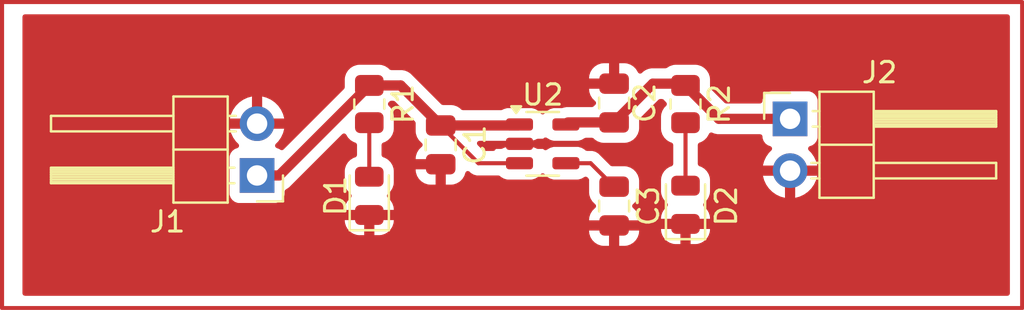
<source format=kicad_pcb>
(kicad_pcb (version 20240108) (generator "pcbnew") (generator_version "8.0")
  (layers (0 "F.Cu" signal) (31 "B.Cu" signal) (34 "B.Paste" user) (35 "F.Paste" user) (36 "B.SilkS" user "B.Silkscreen") (37 "F.SilkS" user "F.Silkscreen") (38 "B.Mask" user) (39 "F.Mask" user) (44 "Edge.Cuts" user))
  (net 0 "")
  (net 1 "Net-(J1-Pin_1)")
  (net 2 "GND")
  (net 3 "Net-(J2-Pin_1)")
  (net 4 "Net-(U2-BP)")
  (net 5 "Net-(D1-A)")
  (net 6 "Net-(D2-A)")
  (footprint "LED_SMD:LED_0805_2012Metric" (layer "F.Cu") (at 138 94.5 90)
    (property "Reference" "D1" (at 0 -1.65 90) (layer "F.SilkS"))
    (property "Value" "LED_RED" (hide yes))
    (fp_line (start 1 -0.96) (end -1.685 -0.96) (stroke (width 0.12)) (layer "F.SilkS"))
    (fp_line (start -1.685 -0.96) (end -1.685 0.96) (stroke (width 0.12)) (layer "F.SilkS"))
    (fp_line (start -1.685 0.96) (end 1 0.96) (stroke (width 0.12)) (layer "F.SilkS"))
    (pad "1" smd roundrect (at -0.9375 0 90) (size 0.975 1.4) (layers "F.Cu" "F.Paste" "F.Mask") (net 2 "GND"))
    (pad "2" smd roundrect (at 0.9375 0 90) (size 0.975 1.4) (layers "F.Cu" "F.Paste" "F.Mask") (net 5 "Net-(D1-A)"))
  )
  (footprint "LED_SMD:LED_0805_2012Metric" (layer "F.Cu") (at 153.5 94.9375 90)
    (property "Reference" "D2" (at -0.0625 2 90) (layer "F.SilkS"))
    (property "Value" "LED_GREEN" (hide yes))
    (fp_line (start 1 -0.96) (end -1.685 -0.96) (stroke (width 0.12)) (layer "F.SilkS"))
    (fp_line (start -1.685 -0.96) (end -1.685 0.96) (stroke (width 0.12)) (layer "F.SilkS"))
    (fp_line (start -1.685 0.96) (end 1 0.96) (stroke (width 0.12)) (layer "F.SilkS"))
    (pad "1" smd roundrect (at -0.9375 0 90) (size 0.975 1.4) (layers "F.Cu" "F.Paste" "F.Mask") (net 2 "GND"))
    (pad "2" smd roundrect (at 0.9375 0 90) (size 0.975 1.4) (layers "F.Cu" "F.Paste" "F.Mask") (net 6 "Net-(D2-A)"))
  )
  (footprint "Connector_PinHeader_2.54mm:PinHeader_1x02_P2.54mm_Horizontal" (layer "F.Cu") (at 132.5 93.5 180)
    (property "Reference" "J1" (at 4.385 -2.27 360) (layer "F.SilkS"))
    (property "Value" "Conn_01x02" (hide yes))
    (fp_line (start 10.1 2.92) (end 4.1 2.92) (stroke (width 0.12)) (layer "F.SilkS"))
    (fp_line (start 10.1 2.16) (end 10.1 2.92) (stroke (width 0.12)) (layer "F.SilkS"))
    (fp_line (start 10.1 0.38) (end 4.1 0.38) (stroke (width 0.12)) (layer "F.SilkS"))
    (fp_line (start 10.1 -0.38) (end 10.1 0.38) (stroke (width 0.12)) (layer "F.SilkS"))
    (fp_line (start 4.1 3.87) (end 4.1 -1.33) (stroke (width 0.12)) (layer "F.SilkS"))
    (fp_line (start 4.1 2.16) (end 10.1 2.16) (stroke (width 0.12)) (layer "F.SilkS"))
    (fp_line (start 4.1 0.28) (end 10.1 0.28) (stroke (width 0.12)) (layer "F.SilkS"))
    (fp_line (start 4.1 0.16) (end 10.1 0.16) (stroke (width 0.12)) (layer "F.SilkS"))
    (fp_line (start 4.1 0.04) (end 10.1 0.04) (stroke (width 0.12)) (layer "F.SilkS"))
    (fp_line (start 4.1 -0.08) (end 10.1 -0.08) (stroke (width 0.12)) (layer "F.SilkS"))
    (fp_line (start 4.1 -0.2) (end 10.1 -0.2) (stroke (width 0.12)) (layer "F.SilkS"))
    (fp_line (start 4.1 -0.32) (end 10.1 -0.32) (stroke (width 0.12)) (layer "F.SilkS"))
    (fp_line (start 4.1 -0.38) (end 10.1 -0.38) (stroke (width 0.12)) (layer "F.SilkS"))
    (fp_line (start 4.1 -1.33) (end 1.44 -1.33) (stroke (width 0.12)) (layer "F.SilkS"))
    (fp_line (start 1.44 3.87) (end 4.1 3.87) (stroke (width 0.12)) (layer "F.SilkS"))
    (fp_line (start 1.44 1.27) (end 4.1 1.27) (stroke (width 0.12)) (layer "F.SilkS"))
    (fp_line (start 1.44 -1.33) (end 1.44 3.87) (stroke (width 0.12)) (layer "F.SilkS"))
    (fp_line (start 1.11 0.38) (end 1.44 0.38) (stroke (width 0.12)) (layer "F.SilkS"))
    (fp_line (start 1.11 -0.38) (end 1.44 -0.38) (stroke (width 0.12)) (layer "F.SilkS"))
    (fp_line (start 1.042929 2.92) (end 1.44 2.92) (stroke (width 0.12)) (layer "F.SilkS"))
    (fp_line (start 1.042929 2.16) (end 1.44 2.16) (stroke (width 0.12)) (layer "F.SilkS"))
    (fp_line (start -1.27 0) (end -1.27 -1.27) (stroke (width 0.12)) (layer "F.SilkS"))
    (fp_line (start -1.27 -1.27) (end 0 -1.27) (stroke (width 0.12)) (layer "F.SilkS"))
    (pad "1" thru_hole rect (at 0 0 180) (size 1.7 1.7) (drill 1) (layers "*.Cu" "*.Mask") (net 1 "Net-(J1-Pin_1)"))
    (pad "2" thru_hole oval (at 0 2.54 180) (size 1.7 1.7) (drill 1) (layers "*.Cu" "*.Mask") (net 2 "GND"))
  )
  (footprint "Connector_PinHeader_2.54mm:PinHeader_1x02_P2.54mm_Horizontal" (layer "F.Cu") (at 158.625 90.725)
    (property "Reference" "J2" (at 4.385 -2.27 0) (layer "F.SilkS"))
    (property "Value" "Conn_01x02" (hide yes))
    (fp_line (start -1.27 -1.27) (end 0 -1.27) (stroke (width 0.12)) (layer "F.SilkS"))
    (fp_line (start -1.27 0) (end -1.27 -1.27) (stroke (width 0.12)) (layer "F.SilkS"))
    (fp_line (start 1.042929 2.16) (end 1.44 2.16) (stroke (width 0.12)) (layer "F.SilkS"))
    (fp_line (start 1.042929 2.92) (end 1.44 2.92) (stroke (width 0.12)) (layer "F.SilkS"))
    (fp_line (start 1.11 -0.38) (end 1.44 -0.38) (stroke (width 0.12)) (layer "F.SilkS"))
    (fp_line (start 1.11 0.38) (end 1.44 0.38) (stroke (width 0.12)) (layer "F.SilkS"))
    (fp_line (start 1.44 -1.33) (end 1.44 3.87) (stroke (width 0.12)) (layer "F.SilkS"))
    (fp_line (start 1.44 1.27) (end 4.1 1.27) (stroke (width 0.12)) (layer "F.SilkS"))
    (fp_line (start 1.44 3.87) (end 4.1 3.87) (stroke (width 0.12)) (layer "F.SilkS"))
    (fp_line (start 4.1 -1.33) (end 1.44 -1.33) (stroke (width 0.12)) (layer "F.SilkS"))
    (fp_line (start 4.1 -0.38) (end 10.1 -0.38) (stroke (width 0.12)) (layer "F.SilkS"))
    (fp_line (start 4.1 -0.32) (end 10.1 -0.32) (stroke (width 0.12)) (layer "F.SilkS"))
    (fp_line (start 4.1 -0.2) (end 10.1 -0.2) (stroke (width 0.12)) (layer "F.SilkS"))
    (fp_line (start 4.1 -0.08) (end 10.1 -0.08) (stroke (width 0.12)) (layer "F.SilkS"))
    (fp_line (start 4.1 0.04) (end 10.1 0.04) (stroke (width 0.12)) (layer "F.SilkS"))
    (fp_line (start 4.1 0.16) (end 10.1 0.16) (stroke (width 0.12)) (layer "F.SilkS"))
    (fp_line (start 4.1 0.28) (end 10.1 0.28) (stroke (width 0.12)) (layer "F.SilkS"))
    (fp_line (start 4.1 2.16) (end 10.1 2.16) (stroke (width 0.12)) (layer "F.SilkS"))
    (fp_line (start 4.1 3.87) (end 4.1 -1.33) (stroke (width 0.12)) (layer "F.SilkS"))
    (fp_line (start 10.1 -0.38) (end 10.1 0.38) (stroke (width 0.12)) (layer "F.SilkS"))
    (fp_line (start 10.1 0.38) (end 4.1 0.38) (stroke (width 0.12)) (layer "F.SilkS"))
    (fp_line (start 10.1 2.16) (end 10.1 2.92) (stroke (width 0.12)) (layer "F.SilkS"))
    (fp_line (start 10.1 2.92) (end 4.1 2.92) (stroke (width 0.12)) (layer "F.SilkS"))
    (pad "1" thru_hole rect (at 0 0) (size 1.7 1.7) (drill 1) (layers "*.Cu" "*.Mask") (net 3 "Net-(J2-Pin_1)"))
    (pad "2" thru_hole oval (at 0 2.54) (size 1.7 1.7) (drill 1) (layers "*.Cu" "*.Mask") (net 2 "GND"))
  )
  (footprint "Capacitor_SMD:C_0805_2012Metric" (layer "F.Cu") (at 141.5 92 -90)
    (property "Reference" "C1" (at 0 -1.68 90) (layer "F.SilkS"))
    (property "Value" "0.1uF" (hide yes))
    (fp_line (start -0.261252 0.735) (end 0.261252 0.735) (stroke (width 0.12)) (layer "F.SilkS"))
    (fp_line (start -0.261252 -0.735) (end 0.261252 -0.735) (stroke (width 0.12)) (layer "F.SilkS"))
    (pad "1" smd roundrect (at -0.95 0 270) (size 1 1.45) (layers "F.Cu" "F.Paste" "F.Mask") (net 1 "Net-(J1-Pin_1)"))
    (pad "2" smd roundrect (at 0.95 0 270) (size 1 1.45) (layers "F.Cu" "F.Paste" "F.Mask") (net 2 "GND"))
  )
  (footprint "Package_TO_SOT_SMD:SOT-23-5" (layer "F.Cu") (at 146.5 91.95)
    (property "Reference" "U2" (at 0 -2.4 0) (layer "F.SilkS"))
    (property "Value" "TPS79333-EP" (hide yes))
    (fp_line (start 0 -1.56) (end -0.8 -1.56) (stroke (width 0.12)) (layer "F.SilkS"))
    (fp_line (start 0 -1.56) (end 0.8 -1.56) (stroke (width 0.12)) (layer "F.SilkS"))
    (fp_line (start 0 1.56) (end -0.8 1.56) (stroke (width 0.12)) (layer "F.SilkS"))
    (fp_line (start 0 1.56) (end 0.8 1.56) (stroke (width 0.12)) (layer "F.SilkS"))
    (fp_poly (pts (xy -1.3 -1.51) (xy -1.54 -1.84) (xy -1.06 -1.84) (xy -1.3 -1.51)) (stroke (width 0.12)) (fill solid) (layer "F.SilkS"))
    (pad "1" smd roundrect (at -1.1375 -0.95) (size 1.325 0.6) (layers "F.Cu" "F.Paste" "F.Mask") (net 1 "Net-(J1-Pin_1)"))
    (pad "2" smd roundrect (at -1.1375 0) (size 1.325 0.6) (layers "F.Cu" "F.Paste" "F.Mask") (net 2 "GND"))
    (pad "3" smd roundrect (at -1.1375 0.95) (size 1.325 0.6) (layers "F.Cu" "F.Paste" "F.Mask") (net 1 "Net-(J1-Pin_1)"))
    (pad "4" smd roundrect (at 1.1375 0.95) (size 1.325 0.6) (layers "F.Cu" "F.Paste" "F.Mask") (net 4 "Net-(U2-BP)"))
    (pad "5" smd roundrect (at 1.1375 -0.95) (size 1.325 0.6) (layers "F.Cu" "F.Paste" "F.Mask") (net 3 "Net-(J2-Pin_1)"))
  )
  (footprint "Capacitor_SMD:C_0805_2012Metric" (layer "F.Cu") (at 150 89.95 90)
    (property "Reference" "C2" (at 0 1.5 90) (layer "F.SilkS"))
    (property "Value" "2.2uF" (hide yes))
    (fp_line (start -0.261252 -0.735) (end 0.261252 -0.735) (stroke (width 0.12)) (layer "F.SilkS"))
    (fp_line (start -0.261252 0.735) (end 0.261252 0.735) (stroke (width 0.12)) (layer "F.SilkS"))
    (pad "1" smd roundrect (at -0.95 0 90) (size 1 1.45) (layers "F.Cu" "F.Paste" "F.Mask") (net 3 "Net-(J2-Pin_1)"))
    (pad "2" smd roundrect (at 0.95 0 90) (size 1 1.45) (layers "F.Cu" "F.Paste" "F.Mask") (net 2 "GND"))
  )
  (footprint "Capacitor_SMD:C_0805_2012Metric" (layer "F.Cu") (at 150 95 -90)
    (property "Reference" "C3" (at 0 -1.68 90) (layer "F.SilkS"))
    (property "Value" "0.01uF" (hide yes))
    (fp_line (start -0.261252 0.735) (end 0.261252 0.735) (stroke (width 0.12)) (layer "F.SilkS"))
    (fp_line (start -0.261252 -0.735) (end 0.261252 -0.735) (stroke (width 0.12)) (layer "F.SilkS"))
    (pad "1" smd roundrect (at -0.95 0 270) (size 1 1.45) (layers "F.Cu" "F.Paste" "F.Mask") (net 4 "Net-(U2-BP)"))
    (pad "2" smd roundrect (at 0.95 0 270) (size 1 1.45) (layers "F.Cu" "F.Paste" "F.Mask") (net 2 "GND"))
  )
  (footprint "Resistor_SMD:R_0805_2012Metric" (layer "F.Cu") (at 153.5 90 -90)
    (property "Reference" "R2" (at 0 -1.65 90) (layer "F.SilkS"))
    (property "Value" "280" (hide yes))
    (fp_line (start -0.227064 0.735) (end 0.227064 0.735) (stroke (width 0.12)) (layer "F.SilkS"))
    (fp_line (start -0.227064 -0.735) (end 0.227064 -0.735) (stroke (width 0.12)) (layer "F.SilkS"))
    (pad "1" smd roundrect (at -0.9125 0 270) (size 1.025 1.4) (layers "F.Cu" "F.Paste" "F.Mask") (roundrect_rratio 0.243902) (net 3 "Net-(J2-Pin_1)"))
    (pad "2" smd roundrect (at 0.9125 0 270) (size 1.025 1.4) (layers "F.Cu" "F.Paste" "F.Mask") (roundrect_rratio 0.243902) (net 6 "Net-(D2-A)"))
  )
  (footprint "Resistor_SMD:R_0805_2012Metric" (layer "F.Cu") (at 138 90 -90)
    (property "Reference" "R1" (at 0 -1.65 90) (layer "F.SilkS"))
    (property "Value" "649" (hide yes))
    (fp_line (start -0.227064 0.735) (end 0.227064 0.735) (stroke (width 0.12)) (layer "F.SilkS"))
    (fp_line (start -0.227064 -0.735) (end 0.227064 -0.735) (stroke (width 0.12)) (layer "F.SilkS"))
    (pad "1" smd roundrect (at -0.9125 0 270) (size 1.025 1.4) (layers "F.Cu" "F.Paste" "F.Mask") (roundrect_rratio 0.243902) (net 1 "Net-(J1-Pin_1)"))
    (pad "2" smd roundrect (at 0.9125 0 270) (size 1.025 1.4) (layers "F.Cu" "F.Paste" "F.Mask") (roundrect_rratio 0.243902) (net 5 "Net-(D1-A)"))
  )
  (gr_rect (start 120 85) (end 170 100) (stroke (width 0.2)) (fill none) (layer "F.Cu"))
  (segment (start 143.35 92.9) (end 141.5 91.05) (width 0.2) (layer "F.Cu") (net 1))
  (segment (start 141.5 91.05) (end 145.3125 91.05) (width 0.5) (layer "F.Cu") (net 1))
  (segment (start 138 89.0875) (end 139.5375 89.0875) (width 0.5) (layer "F.Cu") (net 1))
  (segment (start 139.5375 89.0875) (end 141.5 91.05) (width 0.5) (layer "F.Cu") (net 1))
  (segment (start 133.5875 93.5) (end 138 89.0875) (width 0.5) (layer "F.Cu") (net 1))
  (segment (start 145.3125 91.05) (end 145.3625 91) (width 0.2) (layer "F.Cu") (net 1))
  (segment (start 133 93.5) (end 133.5875 93.5) (width 0.5) (layer "F.Cu") (net 1))
  (segment (start 145.3625 92.9) (end 143.35 92.9) (width 0.2) (layer "F.Cu") (net 1))
  (segment (start 151.9 89) (end 153.4125 89) (width 0.5) (layer "F.Cu") (net 3))
  (segment (start 147.7375 90.9) (end 150 90.9) (width 0.5) (layer "F.Cu") (net 3))
  (segment (start 153.4125 89) (end 153.5 89.0875) (width 0.2) (layer "F.Cu") (net 3))
  (segment (start 155.1375 90.725) (end 153.5 89.0875) (width 0.5) (layer "F.Cu") (net 3))
  (segment (start 147.6375 91) (end 147.7375 90.9) (width 0.2) (layer "F.Cu") (net 3))
  (segment (start 150 90.9) (end 151.9 89) (width 0.5) (layer "F.Cu") (net 3))
  (segment (start 158.625 90.725) (end 155.1375 90.725) (width 0.5) (layer "F.Cu") (net 3))
  (segment (start 147.6375 92.9) (end 148.85 92.9) (width 0.2) (layer "F.Cu") (net 4))
  (segment (start 148.85 92.9) (end 150 94.05) (width 0.2) (layer "F.Cu") (net 4))
  (segment (start 138 90.9125) (end 138 93.5625) (width 0.2) (layer "F.Cu") (net 5))
  (segment (start 153.5 94) (end 153.5 90.9125) (width 0.2) (layer "F.Cu") (net 6))
  (zone (net 2) (net_name "GND") (layer "F.Cu") (connect_pads (clearance 0.5)) (min_thickness 0.25) (fill yes (thermal_gap 0.5) (thermal_bridge_width 0.5))
    (polygon (pts (xy 121 85.5) (xy 169.5 85.5) (xy 169.5 99.5) (xy 121 99.5)))
  )
)
</source>
